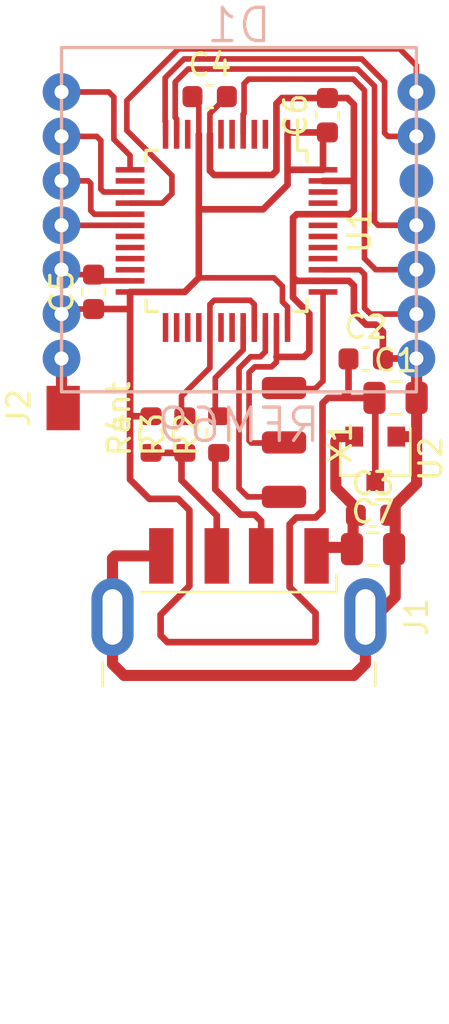
<source format=kicad_pcb>
(kicad_pcb (version 20171130) (host pcbnew 5.1.10-88a1d61d58~88~ubuntu20.04.1)

  (general
    (thickness 1.6)
    (drawings 0)
    (tracks 258)
    (zones 0)
    (modules 16)
    (nets 43)
  )

  (page A4)
  (title_block
    (date 2021-06-10)
  )

  (layers
    (0 F.Cu signal)
    (31 B.Cu signal)
    (32 B.Adhes user)
    (33 F.Adhes user)
    (34 B.Paste user)
    (35 F.Paste user)
    (36 B.SilkS user)
    (37 F.SilkS user)
    (38 B.Mask user)
    (39 F.Mask user)
    (40 Dwgs.User user)
    (41 Cmts.User user)
    (42 Eco1.User user)
    (43 Eco2.User user)
    (44 Edge.Cuts user)
    (45 Margin user)
    (46 B.CrtYd user)
    (47 F.CrtYd user)
  )

  (setup
    (last_trace_width 0.3)
    (user_trace_width 0.2)
    (user_trace_width 0.3)
    (user_trace_width 0.4)
    (user_trace_width 0.5)
    (trace_clearance 0.2)
    (zone_clearance 0.508)
    (zone_45_only no)
    (trace_min 0.1)
    (via_size 0.889)
    (via_drill 0.635)
    (via_min_size 0.889)
    (via_min_drill 0.508)
    (uvia_size 0.508)
    (uvia_drill 0.127)
    (uvias_allowed no)
    (uvia_min_size 0.508)
    (uvia_min_drill 0.127)
    (edge_width 0.1)
    (segment_width 0.2)
    (pcb_text_width 0.3)
    (pcb_text_size 1.5 1.5)
    (mod_edge_width 0.15)
    (mod_text_size 1 1)
    (mod_text_width 0.15)
    (pad_size 2.1 2.1)
    (pad_drill 0.7)
    (pad_to_mask_clearance 0)
    (aux_axis_origin 0 0)
    (visible_elements 7FFFFFFF)
    (pcbplotparams
      (layerselection 0x00000_7fffffff)
      (usegerberextensions false)
      (usegerberattributes true)
      (usegerberadvancedattributes true)
      (creategerberjobfile true)
      (excludeedgelayer true)
      (linewidth 0.020000)
      (plotframeref false)
      (viasonmask false)
      (mode 1)
      (useauxorigin false)
      (hpglpennumber 1)
      (hpglpenspeed 20)
      (hpglpendiameter 15.000000)
      (psnegative true)
      (psa4output false)
      (plotreference true)
      (plotvalue true)
      (plotinvisibletext false)
      (padsonsilk false)
      (subtractmaskfromsilk false)
      (outputformat 5)
      (mirror false)
      (drillshape 0)
      (scaleselection 1)
      (outputdirectory "."))
  )

  (net 0 "")
  (net 1 /DIO0)
  (net 2 /DIO1)
  (net 3 /MISO)
  (net 4 /MOSI)
  (net 5 /NSS)
  (net 6 /SCK)
  (net 7 GND)
  (net 8 +3V3)
  (net 9 +5V)
  (net 10 "Net-(D1-Pad10)")
  (net 11 "Net-(D1-Pad12)")
  (net 12 "Net-(D1-Pad13)")
  (net 13 "Net-(D1-Pad4)")
  (net 14 "Net-(D1-Pad1)")
  (net 15 "Net-(J1-Pad3)")
  (net 16 "Net-(J1-Pad2)")
  (net 17 "Net-(R2-Pad2)")
  (net 18 "Net-(R3-Pad2)")
  (net 19 "Net-(U1-Pad3)")
  (net 20 "Net-(U1-Pad4)")
  (net 21 "Net-(U1-Pad6)")
  (net 22 "Net-(U1-Pad10)")
  (net 23 "Net-(U1-Pad14)")
  (net 24 "Net-(U1-Pad19)")
  (net 25 "Net-(U1-Pad20)")
  (net 26 "Net-(U1-Pad21)")
  (net 27 "Net-(U1-Pad22)")
  (net 28 "Net-(U1-Pad25)")
  (net 29 "Net-(U1-Pad26)")
  (net 30 "Net-(U1-Pad27)")
  (net 31 "Net-(U1-Pad28)")
  (net 32 "Net-(U1-Pad30)")
  (net 33 "Net-(U1-Pad31)")
  (net 34 "Net-(U1-Pad34)")
  (net 35 "Net-(U1-Pad37)")
  (net 36 "Net-(U1-Pad40)")
  (net 37 "Net-(U1-Pad41)")
  (net 38 "Net-(U1-Pad42)")
  (net 39 "Net-(U1-Pad43)")
  (net 40 "Net-(U1-Pad45)")
  (net 41 "Net-(U1-Pad46)")
  (net 42 "Net-(U1-Pad7)")

  (net_class Default "Это класс цепей по умолчанию."
    (clearance 0.2)
    (trace_width 0.254)
    (via_dia 0.889)
    (via_drill 0.635)
    (uvia_dia 0.508)
    (uvia_drill 0.127)
    (add_net +3V3)
    (add_net +5V)
    (add_net /DIO0)
    (add_net /DIO1)
    (add_net /MISO)
    (add_net /MOSI)
    (add_net /NSS)
    (add_net /SCK)
    (add_net GND)
    (add_net "Net-(D1-Pad1)")
    (add_net "Net-(D1-Pad10)")
    (add_net "Net-(D1-Pad12)")
    (add_net "Net-(D1-Pad13)")
    (add_net "Net-(D1-Pad4)")
    (add_net "Net-(J1-Pad2)")
    (add_net "Net-(J1-Pad3)")
    (add_net "Net-(R2-Pad2)")
    (add_net "Net-(R3-Pad2)")
    (add_net "Net-(U1-Pad10)")
    (add_net "Net-(U1-Pad14)")
    (add_net "Net-(U1-Pad19)")
    (add_net "Net-(U1-Pad20)")
    (add_net "Net-(U1-Pad21)")
    (add_net "Net-(U1-Pad22)")
    (add_net "Net-(U1-Pad25)")
    (add_net "Net-(U1-Pad26)")
    (add_net "Net-(U1-Pad27)")
    (add_net "Net-(U1-Pad28)")
    (add_net "Net-(U1-Pad3)")
    (add_net "Net-(U1-Pad30)")
    (add_net "Net-(U1-Pad31)")
    (add_net "Net-(U1-Pad34)")
    (add_net "Net-(U1-Pad37)")
    (add_net "Net-(U1-Pad4)")
    (add_net "Net-(U1-Pad40)")
    (add_net "Net-(U1-Pad41)")
    (add_net "Net-(U1-Pad42)")
    (add_net "Net-(U1-Pad43)")
    (add_net "Net-(U1-Pad45)")
    (add_net "Net-(U1-Pad46)")
    (add_net "Net-(U1-Pad6)")
    (add_net "Net-(U1-Pad7)")
  )

  (module Capacitor_SMD:C_0603_1608Metric (layer F.Cu) (tedit 5F68FEEE) (tstamp 60C16ECB)
    (at 68.199 46.2534)
    (descr "Capacitor SMD 0603 (1608 Metric), square (rectangular) end terminal, IPC_7351 nominal, (Body size source: IPC-SM-782 page 76, https://www.pcb-3d.com/wordpress/wp-content/uploads/ipc-sm-782a_amendment_1_and_2.pdf), generated with kicad-footprint-generator")
    (tags capacitor)
    (path /60662563)
    (attr smd)
    (fp_text reference C2 (at 0 -1.43) (layer F.SilkS)
      (effects (font (size 1 1) (thickness 0.15)))
    )
    (fp_text value 0.1uF (at 0 1.43) (layer F.Fab)
      (effects (font (size 1 1) (thickness 0.15)))
    )
    (fp_line (start -0.8 0.4) (end -0.8 -0.4) (layer F.Fab) (width 0.1))
    (fp_line (start -0.8 -0.4) (end 0.8 -0.4) (layer F.Fab) (width 0.1))
    (fp_line (start 0.8 -0.4) (end 0.8 0.4) (layer F.Fab) (width 0.1))
    (fp_line (start 0.8 0.4) (end -0.8 0.4) (layer F.Fab) (width 0.1))
    (fp_line (start -0.14058 -0.51) (end 0.14058 -0.51) (layer F.SilkS) (width 0.12))
    (fp_line (start -0.14058 0.51) (end 0.14058 0.51) (layer F.SilkS) (width 0.12))
    (fp_line (start -1.48 0.73) (end -1.48 -0.73) (layer F.CrtYd) (width 0.05))
    (fp_line (start -1.48 -0.73) (end 1.48 -0.73) (layer F.CrtYd) (width 0.05))
    (fp_line (start 1.48 -0.73) (end 1.48 0.73) (layer F.CrtYd) (width 0.05))
    (fp_line (start 1.48 0.73) (end -1.48 0.73) (layer F.CrtYd) (width 0.05))
    (fp_text user %R (at 0 0) (layer F.Fab)
      (effects (font (size 0.4 0.4) (thickness 0.06)))
    )
    (pad 2 smd roundrect (at 0.775 0) (size 0.9 0.95) (layers F.Cu F.Paste F.Mask) (roundrect_rratio 0.25)
      (net 7 GND))
    (pad 1 smd roundrect (at -0.775 0) (size 0.9 0.95) (layers F.Cu F.Paste F.Mask) (roundrect_rratio 0.25)
      (net 8 +3V3))
    (model ${KISYS3DMOD}/Capacitor_SMD.3dshapes/C_0603_1608Metric.wrl
      (at (xyz 0 0 0))
      (scale (xyz 1 1 1))
      (rotate (xyz 0 0 0))
    )
  )

  (module Resistor_SMD:R_0603_1608Metric (layer F.Cu) (tedit 5F68FEEE) (tstamp 60C1ADC6)
    (at 58.5216 49.657 90)
    (descr "Resistor SMD 0603 (1608 Metric), square (rectangular) end terminal, IPC_7351 nominal, (Body size source: IPC-SM-782 page 72, https://www.pcb-3d.com/wordpress/wp-content/uploads/ipc-sm-782a_amendment_1_and_2.pdf), generated with kicad-footprint-generator")
    (tags resistor)
    (path /60925512)
    (attr smd)
    (fp_text reference R4 (at 0 -1.43 90) (layer F.SilkS)
      (effects (font (size 1 1) (thickness 0.15)))
    )
    (fp_text value 1.5k (at 0 1.43 90) (layer F.Fab)
      (effects (font (size 1 1) (thickness 0.15)))
    )
    (fp_line (start -0.8 0.4125) (end -0.8 -0.4125) (layer F.Fab) (width 0.1))
    (fp_line (start -0.8 -0.4125) (end 0.8 -0.4125) (layer F.Fab) (width 0.1))
    (fp_line (start 0.8 -0.4125) (end 0.8 0.4125) (layer F.Fab) (width 0.1))
    (fp_line (start 0.8 0.4125) (end -0.8 0.4125) (layer F.Fab) (width 0.1))
    (fp_line (start -0.237258 -0.5225) (end 0.237258 -0.5225) (layer F.SilkS) (width 0.12))
    (fp_line (start -0.237258 0.5225) (end 0.237258 0.5225) (layer F.SilkS) (width 0.12))
    (fp_line (start -1.48 0.73) (end -1.48 -0.73) (layer F.CrtYd) (width 0.05))
    (fp_line (start -1.48 -0.73) (end 1.48 -0.73) (layer F.CrtYd) (width 0.05))
    (fp_line (start 1.48 -0.73) (end 1.48 0.73) (layer F.CrtYd) (width 0.05))
    (fp_line (start 1.48 0.73) (end -1.48 0.73) (layer F.CrtYd) (width 0.05))
    (fp_text user %R (at 0 0 90) (layer F.Fab)
      (effects (font (size 0.4 0.4) (thickness 0.06)))
    )
    (pad 2 smd roundrect (at 0.825 0 90) (size 0.8 0.95) (layers F.Cu F.Paste F.Mask) (roundrect_rratio 0.25)
      (net 8 +3V3))
    (pad 1 smd roundrect (at -0.825 0 90) (size 0.8 0.95) (layers F.Cu F.Paste F.Mask) (roundrect_rratio 0.25)
      (net 15 "Net-(J1-Pad3)"))
    (model ${KISYS3DMOD}/Resistor_SMD.3dshapes/R_0603_1608Metric.wrl
      (at (xyz 0 0 0))
      (scale (xyz 1 1 1))
      (rotate (xyz 0 0 0))
    )
  )

  (module Resistor_SMD:R_0603_1608Metric (layer F.Cu) (tedit 5F68FEEE) (tstamp 60C1ADB5)
    (at 60.0456 49.657 90)
    (descr "Resistor SMD 0603 (1608 Metric), square (rectangular) end terminal, IPC_7351 nominal, (Body size source: IPC-SM-782 page 72, https://www.pcb-3d.com/wordpress/wp-content/uploads/ipc-sm-782a_amendment_1_and_2.pdf), generated with kicad-footprint-generator")
    (tags resistor)
    (path /60910CC2)
    (attr smd)
    (fp_text reference R3 (at 0 -1.43 90) (layer F.SilkS)
      (effects (font (size 1 1) (thickness 0.15)))
    )
    (fp_text value 22R (at 0 1.43 90) (layer F.Fab)
      (effects (font (size 1 1) (thickness 0.15)))
    )
    (fp_line (start -0.8 0.4125) (end -0.8 -0.4125) (layer F.Fab) (width 0.1))
    (fp_line (start -0.8 -0.4125) (end 0.8 -0.4125) (layer F.Fab) (width 0.1))
    (fp_line (start 0.8 -0.4125) (end 0.8 0.4125) (layer F.Fab) (width 0.1))
    (fp_line (start 0.8 0.4125) (end -0.8 0.4125) (layer F.Fab) (width 0.1))
    (fp_line (start -0.237258 -0.5225) (end 0.237258 -0.5225) (layer F.SilkS) (width 0.12))
    (fp_line (start -0.237258 0.5225) (end 0.237258 0.5225) (layer F.SilkS) (width 0.12))
    (fp_line (start -1.48 0.73) (end -1.48 -0.73) (layer F.CrtYd) (width 0.05))
    (fp_line (start -1.48 -0.73) (end 1.48 -0.73) (layer F.CrtYd) (width 0.05))
    (fp_line (start 1.48 -0.73) (end 1.48 0.73) (layer F.CrtYd) (width 0.05))
    (fp_line (start 1.48 0.73) (end -1.48 0.73) (layer F.CrtYd) (width 0.05))
    (fp_text user %R (at 0 0 90) (layer F.Fab)
      (effects (font (size 0.4 0.4) (thickness 0.06)))
    )
    (pad 2 smd roundrect (at 0.825 0 90) (size 0.8 0.95) (layers F.Cu F.Paste F.Mask) (roundrect_rratio 0.25)
      (net 18 "Net-(R3-Pad2)"))
    (pad 1 smd roundrect (at -0.825 0 90) (size 0.8 0.95) (layers F.Cu F.Paste F.Mask) (roundrect_rratio 0.25)
      (net 15 "Net-(J1-Pad3)"))
    (model ${KISYS3DMOD}/Resistor_SMD.3dshapes/R_0603_1608Metric.wrl
      (at (xyz 0 0 0))
      (scale (xyz 1 1 1))
      (rotate (xyz 0 0 0))
    )
  )

  (module Resistor_SMD:R_0603_1608Metric (layer F.Cu) (tedit 5F68FEEE) (tstamp 60C1ADA4)
    (at 61.5696 49.657 90)
    (descr "Resistor SMD 0603 (1608 Metric), square (rectangular) end terminal, IPC_7351 nominal, (Body size source: IPC-SM-782 page 72, https://www.pcb-3d.com/wordpress/wp-content/uploads/ipc-sm-782a_amendment_1_and_2.pdf), generated with kicad-footprint-generator")
    (tags resistor)
    (path /6090FBC6)
    (attr smd)
    (fp_text reference R2 (at 0 -1.43 90) (layer F.SilkS)
      (effects (font (size 1 1) (thickness 0.15)))
    )
    (fp_text value 22R (at 0 1.43 90) (layer F.Fab)
      (effects (font (size 1 1) (thickness 0.15)))
    )
    (fp_line (start -0.8 0.4125) (end -0.8 -0.4125) (layer F.Fab) (width 0.1))
    (fp_line (start -0.8 -0.4125) (end 0.8 -0.4125) (layer F.Fab) (width 0.1))
    (fp_line (start 0.8 -0.4125) (end 0.8 0.4125) (layer F.Fab) (width 0.1))
    (fp_line (start 0.8 0.4125) (end -0.8 0.4125) (layer F.Fab) (width 0.1))
    (fp_line (start -0.237258 -0.5225) (end 0.237258 -0.5225) (layer F.SilkS) (width 0.12))
    (fp_line (start -0.237258 0.5225) (end 0.237258 0.5225) (layer F.SilkS) (width 0.12))
    (fp_line (start -1.48 0.73) (end -1.48 -0.73) (layer F.CrtYd) (width 0.05))
    (fp_line (start -1.48 -0.73) (end 1.48 -0.73) (layer F.CrtYd) (width 0.05))
    (fp_line (start 1.48 -0.73) (end 1.48 0.73) (layer F.CrtYd) (width 0.05))
    (fp_line (start 1.48 0.73) (end -1.48 0.73) (layer F.CrtYd) (width 0.05))
    (fp_text user %R (at 0 0 90) (layer F.Fab)
      (effects (font (size 0.4 0.4) (thickness 0.06)))
    )
    (pad 2 smd roundrect (at 0.825 0 90) (size 0.8 0.95) (layers F.Cu F.Paste F.Mask) (roundrect_rratio 0.25)
      (net 17 "Net-(R2-Pad2)"))
    (pad 1 smd roundrect (at -0.825 0 90) (size 0.8 0.95) (layers F.Cu F.Paste F.Mask) (roundrect_rratio 0.25)
      (net 16 "Net-(J1-Pad2)"))
    (model ${KISYS3DMOD}/Resistor_SMD.3dshapes/R_0603_1608Metric.wrl
      (at (xyz 0 0 0))
      (scale (xyz 1 1 1))
      (rotate (xyz 0 0 0))
    )
  )

  (module Capacitor_SMD:C_0805_2012Metric (layer F.Cu) (tedit 5F68FEEE) (tstamp 60C17691)
    (at 68.5292 54.8132)
    (descr "Capacitor SMD 0805 (2012 Metric), square (rectangular) end terminal, IPC_7351 nominal, (Body size source: IPC-SM-782 page 76, https://www.pcb-3d.com/wordpress/wp-content/uploads/ipc-sm-782a_amendment_1_and_2.pdf, https://docs.google.com/spreadsheets/d/1BsfQQcO9C6DZCsRaXUlFlo91Tg2WpOkGARC1WS5S8t0/edit?usp=sharing), generated with kicad-footprint-generator")
    (tags capacitor)
    (path /60C5E6EA)
    (attr smd)
    (fp_text reference C7 (at 0 -1.68) (layer F.SilkS)
      (effects (font (size 1 1) (thickness 0.15)))
    )
    (fp_text value 10uF (at 0 1.68) (layer F.Fab)
      (effects (font (size 1 1) (thickness 0.15)))
    )
    (fp_line (start -1 0.625) (end -1 -0.625) (layer F.Fab) (width 0.1))
    (fp_line (start -1 -0.625) (end 1 -0.625) (layer F.Fab) (width 0.1))
    (fp_line (start 1 -0.625) (end 1 0.625) (layer F.Fab) (width 0.1))
    (fp_line (start 1 0.625) (end -1 0.625) (layer F.Fab) (width 0.1))
    (fp_line (start -0.261252 -0.735) (end 0.261252 -0.735) (layer F.SilkS) (width 0.12))
    (fp_line (start -0.261252 0.735) (end 0.261252 0.735) (layer F.SilkS) (width 0.12))
    (fp_line (start -1.7 0.98) (end -1.7 -0.98) (layer F.CrtYd) (width 0.05))
    (fp_line (start -1.7 -0.98) (end 1.7 -0.98) (layer F.CrtYd) (width 0.05))
    (fp_line (start 1.7 -0.98) (end 1.7 0.98) (layer F.CrtYd) (width 0.05))
    (fp_line (start 1.7 0.98) (end -1.7 0.98) (layer F.CrtYd) (width 0.05))
    (fp_text user %R (at 0 0) (layer F.Fab)
      (effects (font (size 0.5 0.5) (thickness 0.08)))
    )
    (pad 2 smd roundrect (at 0.95 0) (size 1 1.45) (layers F.Cu F.Paste F.Mask) (roundrect_rratio 0.25)
      (net 7 GND))
    (pad 1 smd roundrect (at -0.95 0) (size 1 1.45) (layers F.Cu F.Paste F.Mask) (roundrect_rratio 0.25)
      (net 9 +5V))
    (model ${KISYS3DMOD}/Capacitor_SMD.3dshapes/C_0805_2012Metric.wrl
      (at (xyz 0 0 0))
      (scale (xyz 1 1 1))
      (rotate (xyz 0 0 0))
    )
  )

  (module Capacitor_SMD:C_0603_1608Metric (layer F.Cu) (tedit 5F68FEEE) (tstamp 60C17680)
    (at 66.4718 35.2806 90)
    (descr "Capacitor SMD 0603 (1608 Metric), square (rectangular) end terminal, IPC_7351 nominal, (Body size source: IPC-SM-782 page 76, https://www.pcb-3d.com/wordpress/wp-content/uploads/ipc-sm-782a_amendment_1_and_2.pdf), generated with kicad-footprint-generator")
    (tags capacitor)
    (path /6065FC5F)
    (attr smd)
    (fp_text reference C6 (at 0 -1.43 90) (layer F.SilkS)
      (effects (font (size 1 1) (thickness 0.15)))
    )
    (fp_text value 0.1uF (at 0 1.43 90) (layer F.Fab)
      (effects (font (size 1 1) (thickness 0.15)))
    )
    (fp_line (start -0.8 0.4) (end -0.8 -0.4) (layer F.Fab) (width 0.1))
    (fp_line (start -0.8 -0.4) (end 0.8 -0.4) (layer F.Fab) (width 0.1))
    (fp_line (start 0.8 -0.4) (end 0.8 0.4) (layer F.Fab) (width 0.1))
    (fp_line (start 0.8 0.4) (end -0.8 0.4) (layer F.Fab) (width 0.1))
    (fp_line (start -0.14058 -0.51) (end 0.14058 -0.51) (layer F.SilkS) (width 0.12))
    (fp_line (start -0.14058 0.51) (end 0.14058 0.51) (layer F.SilkS) (width 0.12))
    (fp_line (start -1.48 0.73) (end -1.48 -0.73) (layer F.CrtYd) (width 0.05))
    (fp_line (start -1.48 -0.73) (end 1.48 -0.73) (layer F.CrtYd) (width 0.05))
    (fp_line (start 1.48 -0.73) (end 1.48 0.73) (layer F.CrtYd) (width 0.05))
    (fp_line (start 1.48 0.73) (end -1.48 0.73) (layer F.CrtYd) (width 0.05))
    (fp_text user %R (at 0 0 90) (layer F.Fab)
      (effects (font (size 0.4 0.4) (thickness 0.06)))
    )
    (pad 2 smd roundrect (at 0.775 0 90) (size 0.9 0.95) (layers F.Cu F.Paste F.Mask) (roundrect_rratio 0.25)
      (net 7 GND))
    (pad 1 smd roundrect (at -0.775 0 90) (size 0.9 0.95) (layers F.Cu F.Paste F.Mask) (roundrect_rratio 0.25)
      (net 8 +3V3))
    (model ${KISYS3DMOD}/Capacitor_SMD.3dshapes/C_0603_1608Metric.wrl
      (at (xyz 0 0 0))
      (scale (xyz 1 1 1))
      (rotate (xyz 0 0 0))
    )
  )

  (module Capacitor_SMD:C_0603_1608Metric (layer F.Cu) (tedit 5F68FEEE) (tstamp 60C1766F)
    (at 55.9308 43.2308 90)
    (descr "Capacitor SMD 0603 (1608 Metric), square (rectangular) end terminal, IPC_7351 nominal, (Body size source: IPC-SM-782 page 76, https://www.pcb-3d.com/wordpress/wp-content/uploads/ipc-sm-782a_amendment_1_and_2.pdf), generated with kicad-footprint-generator")
    (tags capacitor)
    (path /60661DD4)
    (attr smd)
    (fp_text reference C5 (at 0 -1.43 90) (layer F.SilkS)
      (effects (font (size 1 1) (thickness 0.15)))
    )
    (fp_text value 0.1uF (at 0 1.43 90) (layer F.Fab)
      (effects (font (size 1 1) (thickness 0.15)))
    )
    (fp_line (start -0.8 0.4) (end -0.8 -0.4) (layer F.Fab) (width 0.1))
    (fp_line (start -0.8 -0.4) (end 0.8 -0.4) (layer F.Fab) (width 0.1))
    (fp_line (start 0.8 -0.4) (end 0.8 0.4) (layer F.Fab) (width 0.1))
    (fp_line (start 0.8 0.4) (end -0.8 0.4) (layer F.Fab) (width 0.1))
    (fp_line (start -0.14058 -0.51) (end 0.14058 -0.51) (layer F.SilkS) (width 0.12))
    (fp_line (start -0.14058 0.51) (end 0.14058 0.51) (layer F.SilkS) (width 0.12))
    (fp_line (start -1.48 0.73) (end -1.48 -0.73) (layer F.CrtYd) (width 0.05))
    (fp_line (start -1.48 -0.73) (end 1.48 -0.73) (layer F.CrtYd) (width 0.05))
    (fp_line (start 1.48 -0.73) (end 1.48 0.73) (layer F.CrtYd) (width 0.05))
    (fp_line (start 1.48 0.73) (end -1.48 0.73) (layer F.CrtYd) (width 0.05))
    (fp_text user %R (at 0 0 90) (layer F.Fab)
      (effects (font (size 0.4 0.4) (thickness 0.06)))
    )
    (pad 2 smd roundrect (at 0.775 0 90) (size 0.9 0.95) (layers F.Cu F.Paste F.Mask) (roundrect_rratio 0.25)
      (net 7 GND))
    (pad 1 smd roundrect (at -0.775 0 90) (size 0.9 0.95) (layers F.Cu F.Paste F.Mask) (roundrect_rratio 0.25)
      (net 8 +3V3))
    (model ${KISYS3DMOD}/Capacitor_SMD.3dshapes/C_0603_1608Metric.wrl
      (at (xyz 0 0 0))
      (scale (xyz 1 1 1))
      (rotate (xyz 0 0 0))
    )
  )

  (module Capacitor_SMD:C_0603_1608Metric (layer F.Cu) (tedit 5F68FEEE) (tstamp 60C1765E)
    (at 61.1632 34.4424)
    (descr "Capacitor SMD 0603 (1608 Metric), square (rectangular) end terminal, IPC_7351 nominal, (Body size source: IPC-SM-782 page 76, https://www.pcb-3d.com/wordpress/wp-content/uploads/ipc-sm-782a_amendment_1_and_2.pdf), generated with kicad-footprint-generator")
    (tags capacitor)
    (path /60662044)
    (attr smd)
    (fp_text reference C4 (at 0 -1.43) (layer F.SilkS)
      (effects (font (size 1 1) (thickness 0.15)))
    )
    (fp_text value 0.1uF (at 0 1.43) (layer F.Fab)
      (effects (font (size 1 1) (thickness 0.15)))
    )
    (fp_line (start -0.8 0.4) (end -0.8 -0.4) (layer F.Fab) (width 0.1))
    (fp_line (start -0.8 -0.4) (end 0.8 -0.4) (layer F.Fab) (width 0.1))
    (fp_line (start 0.8 -0.4) (end 0.8 0.4) (layer F.Fab) (width 0.1))
    (fp_line (start 0.8 0.4) (end -0.8 0.4) (layer F.Fab) (width 0.1))
    (fp_line (start -0.14058 -0.51) (end 0.14058 -0.51) (layer F.SilkS) (width 0.12))
    (fp_line (start -0.14058 0.51) (end 0.14058 0.51) (layer F.SilkS) (width 0.12))
    (fp_line (start -1.48 0.73) (end -1.48 -0.73) (layer F.CrtYd) (width 0.05))
    (fp_line (start -1.48 -0.73) (end 1.48 -0.73) (layer F.CrtYd) (width 0.05))
    (fp_line (start 1.48 -0.73) (end 1.48 0.73) (layer F.CrtYd) (width 0.05))
    (fp_line (start 1.48 0.73) (end -1.48 0.73) (layer F.CrtYd) (width 0.05))
    (fp_text user %R (at 0 0) (layer F.Fab)
      (effects (font (size 0.4 0.4) (thickness 0.06)))
    )
    (pad 2 smd roundrect (at 0.775 0) (size 0.9 0.95) (layers F.Cu F.Paste F.Mask) (roundrect_rratio 0.25)
      (net 7 GND))
    (pad 1 smd roundrect (at -0.775 0) (size 0.9 0.95) (layers F.Cu F.Paste F.Mask) (roundrect_rratio 0.25)
      (net 8 +3V3))
    (model ${KISYS3DMOD}/Capacitor_SMD.3dshapes/C_0603_1608Metric.wrl
      (at (xyz 0 0 0))
      (scale (xyz 1 1 1))
      (rotate (xyz 0 0 0))
    )
  )

  (module Capacitor_SMD:C_0603_1608Metric (layer F.Cu) (tedit 5F68FEEE) (tstamp 60C1764D)
    (at 68.5292 53.2892)
    (descr "Capacitor SMD 0603 (1608 Metric), square (rectangular) end terminal, IPC_7351 nominal, (Body size source: IPC-SM-782 page 76, https://www.pcb-3d.com/wordpress/wp-content/uploads/ipc-sm-782a_amendment_1_and_2.pdf), generated with kicad-footprint-generator")
    (tags capacitor)
    (path /60662236)
    (attr smd)
    (fp_text reference C3 (at 0 -1.43) (layer F.SilkS)
      (effects (font (size 1 1) (thickness 0.15)))
    )
    (fp_text value 0.1uF (at 0 1.43) (layer F.Fab)
      (effects (font (size 1 1) (thickness 0.15)))
    )
    (fp_line (start -0.8 0.4) (end -0.8 -0.4) (layer F.Fab) (width 0.1))
    (fp_line (start -0.8 -0.4) (end 0.8 -0.4) (layer F.Fab) (width 0.1))
    (fp_line (start 0.8 -0.4) (end 0.8 0.4) (layer F.Fab) (width 0.1))
    (fp_line (start 0.8 0.4) (end -0.8 0.4) (layer F.Fab) (width 0.1))
    (fp_line (start -0.14058 -0.51) (end 0.14058 -0.51) (layer F.SilkS) (width 0.12))
    (fp_line (start -0.14058 0.51) (end 0.14058 0.51) (layer F.SilkS) (width 0.12))
    (fp_line (start -1.48 0.73) (end -1.48 -0.73) (layer F.CrtYd) (width 0.05))
    (fp_line (start -1.48 -0.73) (end 1.48 -0.73) (layer F.CrtYd) (width 0.05))
    (fp_line (start 1.48 -0.73) (end 1.48 0.73) (layer F.CrtYd) (width 0.05))
    (fp_line (start 1.48 0.73) (end -1.48 0.73) (layer F.CrtYd) (width 0.05))
    (fp_text user %R (at 0 0) (layer F.Fab)
      (effects (font (size 0.4 0.4) (thickness 0.06)))
    )
    (pad 2 smd roundrect (at 0.775 0) (size 0.9 0.95) (layers F.Cu F.Paste F.Mask) (roundrect_rratio 0.25)
      (net 7 GND))
    (pad 1 smd roundrect (at -0.775 0) (size 0.9 0.95) (layers F.Cu F.Paste F.Mask) (roundrect_rratio 0.25)
      (net 9 +5V))
    (model ${KISYS3DMOD}/Capacitor_SMD.3dshapes/C_0603_1608Metric.wrl
      (at (xyz 0 0 0))
      (scale (xyz 1 1 1))
      (rotate (xyz 0 0 0))
    )
  )

  (module Capacitor_SMD:C_0805_2012Metric (layer F.Cu) (tedit 5F68FEEE) (tstamp 60C16EBA)
    (at 69.5452 48.006)
    (descr "Capacitor SMD 0805 (2012 Metric), square (rectangular) end terminal, IPC_7351 nominal, (Body size source: IPC-SM-782 page 76, https://www.pcb-3d.com/wordpress/wp-content/uploads/ipc-sm-782a_amendment_1_and_2.pdf, https://docs.google.com/spreadsheets/d/1BsfQQcO9C6DZCsRaXUlFlo91Tg2WpOkGARC1WS5S8t0/edit?usp=sharing), generated with kicad-footprint-generator")
    (tags capacitor)
    (path /60C5EB69)
    (attr smd)
    (fp_text reference C1 (at 0 -1.68) (layer F.SilkS)
      (effects (font (size 1 1) (thickness 0.15)))
    )
    (fp_text value 10uF (at 0 1.68) (layer F.Fab)
      (effects (font (size 1 1) (thickness 0.15)))
    )
    (fp_line (start -1 0.625) (end -1 -0.625) (layer F.Fab) (width 0.1))
    (fp_line (start -1 -0.625) (end 1 -0.625) (layer F.Fab) (width 0.1))
    (fp_line (start 1 -0.625) (end 1 0.625) (layer F.Fab) (width 0.1))
    (fp_line (start 1 0.625) (end -1 0.625) (layer F.Fab) (width 0.1))
    (fp_line (start -0.261252 -0.735) (end 0.261252 -0.735) (layer F.SilkS) (width 0.12))
    (fp_line (start -0.261252 0.735) (end 0.261252 0.735) (layer F.SilkS) (width 0.12))
    (fp_line (start -1.7 0.98) (end -1.7 -0.98) (layer F.CrtYd) (width 0.05))
    (fp_line (start -1.7 -0.98) (end 1.7 -0.98) (layer F.CrtYd) (width 0.05))
    (fp_line (start 1.7 -0.98) (end 1.7 0.98) (layer F.CrtYd) (width 0.05))
    (fp_line (start 1.7 0.98) (end -1.7 0.98) (layer F.CrtYd) (width 0.05))
    (fp_text user %R (at 0 0) (layer F.Fab)
      (effects (font (size 0.5 0.5) (thickness 0.08)))
    )
    (pad 2 smd roundrect (at 0.95 0) (size 1 1.45) (layers F.Cu F.Paste F.Mask) (roundrect_rratio 0.25)
      (net 7 GND))
    (pad 1 smd roundrect (at -0.95 0) (size 1 1.45) (layers F.Cu F.Paste F.Mask) (roundrect_rratio 0.25)
      (net 8 +3V3))
    (model ${KISYS3DMOD}/Capacitor_SMD.3dshapes/C_0805_2012Metric.wrl
      (at (xyz 0 0 0))
      (scale (xyz 1 1 1))
      (rotate (xyz 0 0 0))
    )
  )

  (module belkin:3WIRE_PADS (layer F.Cu) (tedit 5F60B96E) (tstamp 60C163D1)
    (at 64.516 50.0126 270)
    (descr "Wire Pad, Square, SMD Pad,  5mm x 10mm,")
    (tags "MesurementPoint Square SMDPad 5mmx10mm ")
    (path /5494710E)
    (attr virtual)
    (fp_text reference X1 (at 0 -2.54 90) (layer F.SilkS)
      (effects (font (size 1 1) (thickness 0.15)))
    )
    (fp_text value SWD_CON (at 0 2.54 90) (layer F.Fab)
      (effects (font (size 1 1) (thickness 0.15)))
    )
    (fp_line (start -0.63 1.27) (end -0.63 -1.27) (layer F.Fab) (width 0.1))
    (fp_line (start 0.63 1.27) (end -0.63 1.27) (layer F.Fab) (width 0.1))
    (fp_line (start 0.63 -1.27) (end 0.63 1.27) (layer F.Fab) (width 0.1))
    (fp_line (start -0.63 -1.27) (end 0.63 -1.27) (layer F.Fab) (width 0.1))
    (fp_line (start -0.63 -1.27) (end -0.63 1.27) (layer F.CrtYd) (width 0.05))
    (fp_line (start -0.63 1.27) (end 0.63 1.27) (layer F.CrtYd) (width 0.05))
    (fp_line (start 0.63 1.27) (end 0.63 -1.27) (layer F.CrtYd) (width 0.05))
    (fp_line (start 0.63 -1.27) (end -0.63 -1.27) (layer F.CrtYd) (width 0.05))
    (fp_line (start 3.08 -1.27) (end 3.08 1.27) (layer F.Fab) (width 0.1))
    (fp_line (start 3.08 1.27) (end 3.08 -1.27) (layer F.CrtYd) (width 0.05))
    (fp_line (start 1.82 -1.27) (end 1.82 1.27) (layer F.CrtYd) (width 0.05))
    (fp_line (start 3.08 -1.27) (end 1.82 -1.27) (layer F.CrtYd) (width 0.05))
    (fp_line (start 1.82 1.27) (end 3.08 1.27) (layer F.CrtYd) (width 0.05))
    (fp_line (start 1.82 1.27) (end 1.82 -1.27) (layer F.Fab) (width 0.1))
    (fp_line (start 3.08 1.27) (end 1.82 1.27) (layer F.Fab) (width 0.1))
    (fp_line (start 1.82 -1.27) (end 3.08 -1.27) (layer F.Fab) (width 0.1))
    (fp_line (start -1.82 -1.27) (end -1.82 1.27) (layer F.Fab) (width 0.1))
    (fp_line (start -1.82 1.27) (end -1.82 -1.27) (layer F.CrtYd) (width 0.05))
    (fp_line (start -3.08 -1.27) (end -3.08 1.27) (layer F.CrtYd) (width 0.05))
    (fp_line (start -1.82 -1.27) (end -3.08 -1.27) (layer F.CrtYd) (width 0.05))
    (fp_line (start -3.08 1.27) (end -1.82 1.27) (layer F.CrtYd) (width 0.05))
    (fp_line (start -3.08 1.27) (end -3.08 -1.27) (layer F.Fab) (width 0.1))
    (fp_line (start -1.82 1.27) (end -3.08 1.27) (layer F.Fab) (width 0.1))
    (fp_line (start -3.08 -1.27) (end -1.82 -1.27) (layer F.Fab) (width 0.1))
    (fp_text user %R (at 1.75 -5.25 90) (layer F.Fab)
      (effects (font (size 1 1) (thickness 0.15)))
    )
    (pad 2 smd roundrect (at 0 0 270) (size 1 2) (layers F.Cu F.Paste F.Mask) (roundrect_rratio 0.25)
      (net 7 GND))
    (pad 3 smd roundrect (at 2.45 0 270) (size 1 2) (layers F.Cu F.Paste F.Mask) (roundrect_rratio 0.25)
      (net 34 "Net-(U1-Pad34)"))
    (pad 1 smd roundrect (at -2.45 0 270) (size 1 2) (layers F.Cu F.Paste F.Mask) (roundrect_rratio 0.25)
      (net 35 "Net-(U1-Pad37)"))
  )

  (module rfm:RFM69 (layer B.Cu) (tedit 54870C69) (tstamp 60C14B96)
    (at 62.484 40.2336 180)
    (path /54946D8A)
    (fp_text reference D1 (at 0 9) (layer B.SilkS)
      (effects (font (size 1.5 1.5) (thickness 0.15)) (justify mirror))
    )
    (fp_text value RFM69 (at 0 -9) (layer B.SilkS)
      (effects (font (size 1.5 1.5) (thickness 0.15)) (justify mirror))
    )
    (fp_line (start 8 8) (end -8 8) (layer B.SilkS) (width 0.15))
    (fp_line (start 8 -7.5) (end 8 8) (layer B.SilkS) (width 0.15))
    (fp_line (start -8 -7.5) (end 8 -7.5) (layer B.SilkS) (width 0.15))
    (fp_line (start -8 8) (end -8 -7.5) (layer B.SilkS) (width 0.15))
    (pad 1 smd circle (at 8 -6 180) (size 1.524 1.524) (layers B.Cu B.Paste B.Mask)
      (net 14 "Net-(D1-Pad1)"))
    (pad 2 smd circle (at 8 -4 180) (size 1.524 1.524) (layers B.Cu B.Paste B.Mask)
      (net 8 +3V3))
    (pad 3 smd circle (at 8 -2 180) (size 1.524 1.524) (layers B.Cu B.Paste B.Mask)
      (net 7 GND))
    (pad 4 smd circle (at 8 0 180) (size 1.524 1.524) (layers B.Cu B.Paste B.Mask)
      (net 13 "Net-(D1-Pad4)"))
    (pad 5 smd circle (at 8 2 180) (size 1.524 1.524) (layers B.Cu B.Paste B.Mask)
      (net 4 /MOSI))
    (pad 6 smd circle (at 8 4 180) (size 1.524 1.524) (layers B.Cu B.Paste B.Mask)
      (net 6 /SCK))
    (pad 7 smd circle (at 8 6 180) (size 1.524 1.524) (layers B.Cu B.Paste B.Mask)
      (net 5 /NSS))
    (pad 14 smd circle (at -8 -6 180) (size 1.524 1.524) (layers B.Cu B.Paste B.Mask)
      (net 7 GND))
    (pad 13 smd circle (at -8 -4 180) (size 1.524 1.524) (layers B.Cu B.Paste B.Mask)
      (net 12 "Net-(D1-Pad13)"))
    (pad 12 smd circle (at -8 -2 180) (size 1.524 1.524) (layers B.Cu B.Paste B.Mask)
      (net 11 "Net-(D1-Pad12)"))
    (pad 11 smd circle (at -8 0 180) (size 1.524 1.524) (layers B.Cu B.Paste B.Mask)
      (net 2 /DIO1))
    (pad 10 smd circle (at -8 2 180) (size 1.524 1.524) (layers B.Cu B.Paste B.Mask)
      (net 10 "Net-(D1-Pad10)"))
    (pad 9 smd circle (at -8 4 180) (size 1.524 1.524) (layers B.Cu B.Paste B.Mask)
      (net 1 /DIO0))
    (pad 8 smd circle (at -8 6 180) (size 1.524 1.524) (layers B.Cu B.Paste B.Mask)
      (net 3 /MISO))
  )

  (module Package_QFP:TQFP-48_7x7mm_P0.5mm (layer F.Cu) (tedit 5A02F146) (tstamp 60C14739)
    (at 61.9252 40.4876 270)
    (descr "48 LEAD TQFP 7x7mm (see MICREL TQFP7x7-48LD-PL-1.pdf)")
    (tags "QFP 0.5")
    (path /54946D68)
    (attr smd)
    (fp_text reference U1 (at 0 -6 90) (layer F.SilkS)
      (effects (font (size 1 1) (thickness 0.15)))
    )
    (fp_text value STM32F103C8 (at 0 6 90) (layer F.Fab)
      (effects (font (size 1 1) (thickness 0.15)))
    )
    (fp_line (start -2.5 -3.5) (end 3.5 -3.5) (layer F.Fab) (width 0.15))
    (fp_line (start 3.5 -3.5) (end 3.5 3.5) (layer F.Fab) (width 0.15))
    (fp_line (start 3.5 3.5) (end -3.5 3.5) (layer F.Fab) (width 0.15))
    (fp_line (start -3.5 3.5) (end -3.5 -2.5) (layer F.Fab) (width 0.15))
    (fp_line (start -3.5 -2.5) (end -2.5 -3.5) (layer F.Fab) (width 0.15))
    (fp_line (start -5.25 -5.25) (end -5.25 5.25) (layer F.CrtYd) (width 0.05))
    (fp_line (start 5.25 -5.25) (end 5.25 5.25) (layer F.CrtYd) (width 0.05))
    (fp_line (start -5.25 -5.25) (end 5.25 -5.25) (layer F.CrtYd) (width 0.05))
    (fp_line (start -5.25 5.25) (end 5.25 5.25) (layer F.CrtYd) (width 0.05))
    (fp_line (start -3.625 -3.625) (end -3.625 -3.2) (layer F.SilkS) (width 0.15))
    (fp_line (start 3.625 -3.625) (end 3.625 -3.1) (layer F.SilkS) (width 0.15))
    (fp_line (start 3.625 3.625) (end 3.625 3.1) (layer F.SilkS) (width 0.15))
    (fp_line (start -3.625 3.625) (end -3.625 3.1) (layer F.SilkS) (width 0.15))
    (fp_line (start -3.625 -3.625) (end -3.1 -3.625) (layer F.SilkS) (width 0.15))
    (fp_line (start -3.625 3.625) (end -3.1 3.625) (layer F.SilkS) (width 0.15))
    (fp_line (start 3.625 3.625) (end 3.1 3.625) (layer F.SilkS) (width 0.15))
    (fp_line (start 3.625 -3.625) (end 3.1 -3.625) (layer F.SilkS) (width 0.15))
    (fp_line (start -3.625 -3.2) (end -5 -3.2) (layer F.SilkS) (width 0.15))
    (fp_text user %R (at 0 0 90) (layer F.Fab)
      (effects (font (size 1 1) (thickness 0.15)))
    )
    (pad 48 smd rect (at -2.75 -4.35) (size 1.3 0.25) (layers F.Cu F.Paste F.Mask)
      (net 8 +3V3))
    (pad 47 smd rect (at -2.25 -4.35) (size 1.3 0.25) (layers F.Cu F.Paste F.Mask)
      (net 7 GND))
    (pad 46 smd rect (at -1.75 -4.35) (size 1.3 0.25) (layers F.Cu F.Paste F.Mask)
      (net 41 "Net-(U1-Pad46)"))
    (pad 45 smd rect (at -1.25 -4.35) (size 1.3 0.25) (layers F.Cu F.Paste F.Mask)
      (net 40 "Net-(U1-Pad45)"))
    (pad 44 smd rect (at -0.75 -4.35) (size 1.3 0.25) (layers F.Cu F.Paste F.Mask)
      (net 7 GND))
    (pad 43 smd rect (at -0.25 -4.35) (size 1.3 0.25) (layers F.Cu F.Paste F.Mask)
      (net 39 "Net-(U1-Pad43)"))
    (pad 42 smd rect (at 0.25 -4.35) (size 1.3 0.25) (layers F.Cu F.Paste F.Mask)
      (net 38 "Net-(U1-Pad42)"))
    (pad 41 smd rect (at 0.75 -4.35) (size 1.3 0.25) (layers F.Cu F.Paste F.Mask)
      (net 37 "Net-(U1-Pad41)"))
    (pad 40 smd rect (at 1.25 -4.35) (size 1.3 0.25) (layers F.Cu F.Paste F.Mask)
      (net 36 "Net-(U1-Pad40)"))
    (pad 39 smd rect (at 1.75 -4.35) (size 1.3 0.25) (layers F.Cu F.Paste F.Mask)
      (net 12 "Net-(D1-Pad13)"))
    (pad 38 smd rect (at 2.25 -4.35) (size 1.3 0.25) (layers F.Cu F.Paste F.Mask)
      (net 7 GND))
    (pad 37 smd rect (at 2.75 -4.35) (size 1.3 0.25) (layers F.Cu F.Paste F.Mask)
      (net 35 "Net-(U1-Pad37)"))
    (pad 36 smd rect (at 4.35 -2.75 270) (size 1.3 0.25) (layers F.Cu F.Paste F.Mask)
      (net 8 +3V3))
    (pad 35 smd rect (at 4.35 -2.25 270) (size 1.3 0.25) (layers F.Cu F.Paste F.Mask)
      (net 7 GND))
    (pad 34 smd rect (at 4.35 -1.75 270) (size 1.3 0.25) (layers F.Cu F.Paste F.Mask)
      (net 34 "Net-(U1-Pad34)"))
    (pad 33 smd rect (at 4.35 -1.25 270) (size 1.3 0.25) (layers F.Cu F.Paste F.Mask)
      (net 18 "Net-(R3-Pad2)"))
    (pad 32 smd rect (at 4.35 -0.75 270) (size 1.3 0.25) (layers F.Cu F.Paste F.Mask)
      (net 17 "Net-(R2-Pad2)"))
    (pad 31 smd rect (at 4.35 -0.25 270) (size 1.3 0.25) (layers F.Cu F.Paste F.Mask)
      (net 33 "Net-(U1-Pad31)"))
    (pad 30 smd rect (at 4.35 0.25 270) (size 1.3 0.25) (layers F.Cu F.Paste F.Mask)
      (net 32 "Net-(U1-Pad30)"))
    (pad 29 smd rect (at 4.35 0.75 270) (size 1.3 0.25) (layers F.Cu F.Paste F.Mask)
      (net 18 "Net-(R3-Pad2)"))
    (pad 28 smd rect (at 4.35 1.25 270) (size 1.3 0.25) (layers F.Cu F.Paste F.Mask)
      (net 31 "Net-(U1-Pad28)"))
    (pad 27 smd rect (at 4.35 1.75 270) (size 1.3 0.25) (layers F.Cu F.Paste F.Mask)
      (net 30 "Net-(U1-Pad27)"))
    (pad 26 smd rect (at 4.35 2.25 270) (size 1.3 0.25) (layers F.Cu F.Paste F.Mask)
      (net 29 "Net-(U1-Pad26)"))
    (pad 25 smd rect (at 4.35 2.75 270) (size 1.3 0.25) (layers F.Cu F.Paste F.Mask)
      (net 28 "Net-(U1-Pad25)"))
    (pad 24 smd rect (at 2.75 4.35) (size 1.3 0.25) (layers F.Cu F.Paste F.Mask)
      (net 8 +3V3))
    (pad 23 smd rect (at 2.25 4.35) (size 1.3 0.25) (layers F.Cu F.Paste F.Mask)
      (net 7 GND))
    (pad 22 smd rect (at 1.75 4.35) (size 1.3 0.25) (layers F.Cu F.Paste F.Mask)
      (net 27 "Net-(U1-Pad22)"))
    (pad 21 smd rect (at 1.25 4.35) (size 1.3 0.25) (layers F.Cu F.Paste F.Mask)
      (net 26 "Net-(U1-Pad21)"))
    (pad 20 smd rect (at 0.75 4.35) (size 1.3 0.25) (layers F.Cu F.Paste F.Mask)
      (net 25 "Net-(U1-Pad20)"))
    (pad 19 smd rect (at 0.25 4.35) (size 1.3 0.25) (layers F.Cu F.Paste F.Mask)
      (net 24 "Net-(U1-Pad19)"))
    (pad 18 smd rect (at -0.25 4.35) (size 1.3 0.25) (layers F.Cu F.Paste F.Mask)
      (net 13 "Net-(D1-Pad4)"))
    (pad 17 smd rect (at -0.75 4.35) (size 1.3 0.25) (layers F.Cu F.Paste F.Mask)
      (net 4 /MOSI))
    (pad 16 smd rect (at -1.25 4.35) (size 1.3 0.25) (layers F.Cu F.Paste F.Mask)
      (net 3 /MISO))
    (pad 15 smd rect (at -1.75 4.35) (size 1.3 0.25) (layers F.Cu F.Paste F.Mask)
      (net 6 /SCK))
    (pad 14 smd rect (at -2.25 4.35) (size 1.3 0.25) (layers F.Cu F.Paste F.Mask)
      (net 23 "Net-(U1-Pad14)"))
    (pad 13 smd rect (at -2.75 4.35) (size 1.3 0.25) (layers F.Cu F.Paste F.Mask)
      (net 5 /NSS))
    (pad 12 smd rect (at -4.35 2.75 270) (size 1.3 0.25) (layers F.Cu F.Paste F.Mask)
      (net 1 /DIO0))
    (pad 11 smd rect (at -4.35 2.25 270) (size 1.3 0.25) (layers F.Cu F.Paste F.Mask)
      (net 2 /DIO1))
    (pad 10 smd rect (at -4.35 1.75 270) (size 1.3 0.25) (layers F.Cu F.Paste F.Mask)
      (net 22 "Net-(U1-Pad10)"))
    (pad 9 smd rect (at -4.35 1.25 270) (size 1.3 0.25) (layers F.Cu F.Paste F.Mask)
      (net 8 +3V3))
    (pad 8 smd rect (at -4.35 0.75 270) (size 1.3 0.25) (layers F.Cu F.Paste F.Mask)
      (net 7 GND))
    (pad 7 smd rect (at -4.35 0.25 270) (size 1.3 0.25) (layers F.Cu F.Paste F.Mask)
      (net 42 "Net-(U1-Pad7)"))
    (pad 6 smd rect (at -4.35 -0.25 270) (size 1.3 0.25) (layers F.Cu F.Paste F.Mask)
      (net 21 "Net-(U1-Pad6)"))
    (pad 5 smd rect (at -4.35 -0.75 270) (size 1.3 0.25) (layers F.Cu F.Paste F.Mask)
      (net 11 "Net-(D1-Pad12)"))
    (pad 4 smd rect (at -4.35 -1.25 270) (size 1.3 0.25) (layers F.Cu F.Paste F.Mask)
      (net 20 "Net-(U1-Pad4)"))
    (pad 3 smd rect (at -4.35 -1.75 270) (size 1.3 0.25) (layers F.Cu F.Paste F.Mask)
      (net 19 "Net-(U1-Pad3)"))
    (pad 2 smd rect (at -4.35 -2.25 270) (size 1.3 0.25) (layers F.Cu F.Paste F.Mask)
      (net 7 GND))
    (pad 1 smd rect (at -4.35 -2.75 270) (size 1.3 0.25) (layers F.Cu F.Paste F.Mask)
      (net 8 +3V3))
    (model ${KISYS3DMOD}/Package_QFP.3dshapes/TQFP-48_7x7mm_P0.5mm.wrl
      (at (xyz 0 0 0))
      (scale (xyz 1 1 1))
      (rotate (xyz 0 0 0))
    )
  )

  (module Package_TO_SOT_SMD:SOT-23 (layer F.Cu) (tedit 5A02FF57) (tstamp 60C1288A)
    (at 68.6308 50.7492 270)
    (descr "SOT-23, Standard")
    (tags SOT-23)
    (path /60C0FB09)
    (attr smd)
    (fp_text reference U2 (at 0 -2.5 90) (layer F.SilkS)
      (effects (font (size 1 1) (thickness 0.15)))
    )
    (fp_text value XC6206-33 (at 0 2.5 90) (layer F.Fab)
      (effects (font (size 1 1) (thickness 0.15)))
    )
    (fp_line (start -0.7 -0.95) (end -0.7 1.5) (layer F.Fab) (width 0.1))
    (fp_line (start -0.15 -1.52) (end 0.7 -1.52) (layer F.Fab) (width 0.1))
    (fp_line (start -0.7 -0.95) (end -0.15 -1.52) (layer F.Fab) (width 0.1))
    (fp_line (start 0.7 -1.52) (end 0.7 1.52) (layer F.Fab) (width 0.1))
    (fp_line (start -0.7 1.52) (end 0.7 1.52) (layer F.Fab) (width 0.1))
    (fp_line (start 0.76 1.58) (end 0.76 0.65) (layer F.SilkS) (width 0.12))
    (fp_line (start 0.76 -1.58) (end 0.76 -0.65) (layer F.SilkS) (width 0.12))
    (fp_line (start -1.7 -1.75) (end 1.7 -1.75) (layer F.CrtYd) (width 0.05))
    (fp_line (start 1.7 -1.75) (end 1.7 1.75) (layer F.CrtYd) (width 0.05))
    (fp_line (start 1.7 1.75) (end -1.7 1.75) (layer F.CrtYd) (width 0.05))
    (fp_line (start -1.7 1.75) (end -1.7 -1.75) (layer F.CrtYd) (width 0.05))
    (fp_line (start 0.76 -1.58) (end -1.4 -1.58) (layer F.SilkS) (width 0.12))
    (fp_line (start 0.76 1.58) (end -0.7 1.58) (layer F.SilkS) (width 0.12))
    (fp_text user %R (at 0 0) (layer F.Fab)
      (effects (font (size 0.5 0.5) (thickness 0.075)))
    )
    (pad 3 smd rect (at 1 0 270) (size 0.9 0.8) (layers F.Cu F.Paste F.Mask)
      (net 8 +3V3))
    (pad 2 smd rect (at -1 0.95 270) (size 0.9 0.8) (layers F.Cu F.Paste F.Mask)
      (net 9 +5V))
    (pad 1 smd rect (at -1 -0.95 270) (size 0.9 0.8) (layers F.Cu F.Paste F.Mask)
      (net 7 GND))
    (model ${KISYS3DMOD}/Package_TO_SOT_SMD.3dshapes/SOT-23.wrl
      (at (xyz 0 0 0))
      (scale (xyz 1 1 1))
      (rotate (xyz 0 0 0))
    )
  )

  (module Belkin_lib:pin_smd (layer F.Cu) (tedit 5494FED6) (tstamp 60C10A4D)
    (at 54.5592 48.4632 90)
    (path /6066C830)
    (fp_text reference J2 (at 0 -2 90) (layer F.SilkS)
      (effects (font (size 1 1) (thickness 0.15)))
    )
    (fp_text value ant (at 0 2.5 90) (layer F.SilkS)
      (effects (font (size 1 1) (thickness 0.15)))
    )
    (pad 1 smd rect (at 0 0 90) (size 2 1.5) (layers F.Cu F.Paste F.Mask)
      (net 14 "Net-(D1-Pad1)"))
  )

  (module Connector_USB:USB_A_CNCTech_1001-011-01101_Horizontal (layer F.Cu) (tedit 5E754393) (tstamp 60C12155)
    (at 62.484 64.77 270)
    (descr "USB type A Plug, Horizontal, http://cnctech.us/pdfs/1001-011-01101.pdf")
    (tags USB-A)
    (path /6065C649)
    (attr smd)
    (fp_text reference J1 (at -6.9 -8 90) (layer F.SilkS)
      (effects (font (size 1 1) (thickness 0.15)))
    )
    (fp_text value USB_A (at 0 8 270) (layer F.Fab)
      (effects (font (size 1 1) (thickness 0.15)))
    )
    (fp_line (start -7.9 6.025) (end -7.9 -6.025) (layer F.Fab) (width 0.1))
    (fp_line (start -7.9 -6.025) (end 10.9 -6.025) (layer F.Fab) (width 0.1))
    (fp_line (start -7.9 6.025) (end 10.9 6.025) (layer F.Fab) (width 0.1))
    (fp_line (start 10.9 6.025) (end 10.9 -6.025) (layer F.Fab) (width 0.1))
    (fp_line (start -10.4 3.75) (end -10.4 3.25) (layer F.Fab) (width 0.1))
    (fp_line (start -10.4 3.25) (end -7.9 3.25) (layer F.Fab) (width 0.1))
    (fp_line (start -10.4 3.75) (end -7.9 3.75) (layer F.Fab) (width 0.1))
    (fp_line (start -10.4 0.75) (end -7.9 0.75) (layer F.Fab) (width 0.1))
    (fp_line (start -10.4 1.25) (end -10.4 0.75) (layer F.Fab) (width 0.1))
    (fp_line (start -10.4 1.25) (end -7.9 1.25) (layer F.Fab) (width 0.1))
    (fp_line (start -10.4 -0.75) (end -10.4 -1.25) (layer F.Fab) (width 0.1))
    (fp_line (start -10.4 -0.75) (end -7.9 -0.75) (layer F.Fab) (width 0.1))
    (fp_line (start -10.4 -1.25) (end -7.9 -1.25) (layer F.Fab) (width 0.1))
    (fp_line (start -10.4 -3.75) (end -7.9 -3.75) (layer F.Fab) (width 0.1))
    (fp_line (start -10.4 -3.25) (end -10.4 -3.75) (layer F.Fab) (width 0.1))
    (fp_line (start -10.4 -3.25) (end -7.9 -3.25) (layer F.Fab) (width 0.1))
    (fp_circle (center -6.9 -2.3) (end -6.9 -2.8) (layer F.Fab) (width 0.1))
    (fp_circle (center -6.9 2.3) (end -6.9 2.8) (layer F.Fab) (width 0.1))
    (fp_line (start -8.02 -4.4) (end -8.02 4.4) (layer F.SilkS) (width 0.12))
    (fp_line (start -3.8 6.025) (end -3.8 -6.025) (layer Dwgs.User) (width 0.1))
    (fp_line (start -4.85 -6.145) (end -3.8 -6.145) (layer F.SilkS) (width 0.12))
    (fp_line (start -4.85 6.145) (end -3.8 6.145) (layer F.SilkS) (width 0.12))
    (fp_line (start -11.4 4.55) (end -11.4 -4.55) (layer F.CrtYd) (width 0.05))
    (fp_line (start -11.4 -4.55) (end -9.15 -4.55) (layer F.CrtYd) (width 0.05))
    (fp_line (start -9.15 -7.15) (end -9.15 -4.55) (layer F.CrtYd) (width 0.05))
    (fp_line (start -9.15 -7.15) (end -4.65 -7.15) (layer F.CrtYd) (width 0.05))
    (fp_line (start -4.65 -6.52) (end -4.65 -7.15) (layer F.CrtYd) (width 0.05))
    (fp_line (start -4.65 -6.52) (end 11.4 -6.52) (layer F.CrtYd) (width 0.05))
    (fp_line (start 11.4 6.52) (end 11.4 -6.52) (layer F.CrtYd) (width 0.05))
    (fp_line (start -4.65 6.52) (end 11.4 6.52) (layer F.CrtYd) (width 0.05))
    (fp_line (start -4.65 7.15) (end -4.65 6.52) (layer F.CrtYd) (width 0.05))
    (fp_line (start -9.15 7.15) (end -4.65 7.15) (layer F.CrtYd) (width 0.05))
    (fp_line (start -9.15 4.55) (end -9.15 7.15) (layer F.CrtYd) (width 0.05))
    (fp_line (start -11.4 4.55) (end -9.15 4.55) (layer F.CrtYd) (width 0.05))
    (fp_line (start -8.02 -4.4) (end -8.775 -4.4) (layer F.SilkS) (width 0.12))
    (fp_line (start -7.75 -3.5) (end -7.25 -3) (layer F.Fab) (width 0.1))
    (fp_line (start -7.75 -3.5) (end -7.25 -4) (layer F.Fab) (width 0.1))
    (fp_line (start -7.25 -4) (end -7.25 -3.05) (layer F.Fab) (width 0.1))
    (fp_text user %R (at -6 0) (layer F.Fab)
      (effects (font (size 1 1) (thickness 0.15)))
    )
    (fp_text user "PCB Edge" (at -4.55 -0.05) (layer Dwgs.User)
      (effects (font (size 0.6 0.6) (thickness 0.09)))
    )
    (pad "" np_thru_hole circle (at -6.9 2.3 270) (size 1.1 1.1) (drill 1.1) (layers *.Cu *.Mask))
    (pad "" np_thru_hole circle (at -6.9 -2.3 270) (size 1.1 1.1) (drill 1.1) (layers *.Cu *.Mask))
    (pad 5 thru_hole oval (at -6.9 5.7 270) (size 3.5 1.9) (drill oval 2.5 0.9) (layers *.Cu *.Mask)
      (net 7 GND))
    (pad 5 thru_hole oval (at -6.9 -5.7 270) (size 3.5 1.9) (drill oval 2.5 0.9) (layers *.Cu *.Mask)
      (net 7 GND))
    (pad 4 smd rect (at -9.65 3.5 270) (size 2.5 1.1) (layers F.Cu F.Paste F.Mask)
      (net 7 GND))
    (pad 1 smd rect (at -9.65 -3.5 270) (size 2.5 1.1) (layers F.Cu F.Paste F.Mask)
      (net 9 +5V))
    (pad 3 smd rect (at -9.65 1 270) (size 2.5 1.1) (layers F.Cu F.Paste F.Mask)
      (net 15 "Net-(J1-Pad3)"))
    (pad 2 smd rect (at -9.65 -1 270) (size 2.5 1.1) (layers F.Cu F.Paste F.Mask)
      (net 16 "Net-(J1-Pad2)"))
    (model ${KISYS3DMOD}/Connector_USB.3dshapes/USB_A_CNCTech_1001-011-01101_Horizontal.wrl
      (at (xyz 0 0 0))
      (scale (xyz 1 1 1))
      (rotate (xyz 0 0 0))
    )
  )

  (via (at 70.484 36.2336) (size 1.7) (drill 0.635) (layers F.Cu B.Cu) (net 1))
  (segment (start 59.15718 35.571847) (end 59.15718 33.596553) (width 0.254) (layer F.Cu) (net 1))
  (segment (start 59.15718 33.596553) (end 60.006753 32.74698) (width 0.254) (layer F.Cu) (net 1))
  (segment (start 59.1752 35.589867) (end 59.15718 35.571847) (width 0.254) (layer F.Cu) (net 1))
  (segment (start 59.1752 36.1376) (end 59.1752 35.589867) (width 0.254) (layer F.Cu) (net 1))
  (segment (start 68.016314 32.74698) (end 69.05063 33.781296) (width 0.254) (layer F.Cu) (net 1))
  (segment (start 60.006753 32.74698) (end 68.016314 32.74698) (width 0.254) (layer F.Cu) (net 1))
  (segment (start 69.05063 33.781296) (end 69.05063 36.08143) (width 0.254) (layer F.Cu) (net 1))
  (segment (start 69.2028 36.2336) (end 70.484 36.2336) (width 0.254) (layer F.Cu) (net 1))
  (segment (start 69.05063 36.08143) (end 69.2028 36.2336) (width 0.254) (layer F.Cu) (net 1))
  (via (at 70.484 40.2336) (size 1.7) (drill 0.635) (layers F.Cu B.Cu) (net 2))
  (segment (start 69.3166 40.2336) (end 70.484 40.2336) (width 0.254) (layer F.Cu) (net 2))
  (segment (start 68.59662 40.07242) (end 68.7578 40.2336) (width 0.254) (layer F.Cu) (net 2))
  (segment (start 68.59662 33.969353) (end 68.59662 40.07242) (width 0.254) (layer F.Cu) (net 2))
  (segment (start 67.828257 33.20099) (end 68.59662 33.969353) (width 0.254) (layer F.Cu) (net 2))
  (segment (start 68.7578 40.2336) (end 70.484 40.2336) (width 0.254) (layer F.Cu) (net 2))
  (segment (start 60.19481 33.20099) (end 67.828257 33.20099) (width 0.254) (layer F.Cu) (net 2))
  (segment (start 59.61119 33.78461) (end 60.19481 33.20099) (width 0.254) (layer F.Cu) (net 2))
  (segment (start 59.61119 35.38379) (end 59.61119 33.78461) (width 0.254) (layer F.Cu) (net 2))
  (segment (start 59.6752 35.4478) (end 59.61119 35.38379) (width 0.254) (layer F.Cu) (net 2))
  (segment (start 59.6752 36.1376) (end 59.6752 35.4478) (width 0.254) (layer F.Cu) (net 2))
  (via (at 70.484 34.2336) (size 1.7) (drill 0.635) (layers F.Cu B.Cu) (net 3))
  (segment (start 59.4614 37.9984) (end 57.4294 35.9664) (width 0.254) (layer F.Cu) (net 3))
  (segment (start 59.4614 38.8112) (end 59.4614 37.9984) (width 0.254) (layer F.Cu) (net 3))
  (segment (start 59.035 39.2376) (end 59.4614 38.8112) (width 0.254) (layer F.Cu) (net 3))
  (segment (start 57.5752 39.2376) (end 59.035 39.2376) (width 0.254) (layer F.Cu) (net 3))
  (segment (start 70.484 34.2336) (end 70.484 33.0444) (width 0.254) (layer F.Cu) (net 3))
  (segment (start 70.484 33.0444) (end 69.73257 32.29297) (width 0.254) (layer F.Cu) (net 3))
  (segment (start 59.75663 32.29297) (end 57.4294 34.6202) (width 0.254) (layer F.Cu) (net 3))
  (segment (start 69.73257 32.29297) (end 59.75663 32.29297) (width 0.254) (layer F.Cu) (net 3))
  (segment (start 57.4294 35.9664) (end 57.4294 34.6202) (width 0.254) (layer F.Cu) (net 3))
  (via (at 54.484 38.2336) (size 1.7) (drill 0.635) (layers F.Cu B.Cu) (net 4))
  (segment (start 55.9682 39.7376) (end 57.5752 39.7376) (width 0.254) (layer F.Cu) (net 4))
  (segment (start 55.8038 39.5732) (end 55.9682 39.7376) (width 0.254) (layer F.Cu) (net 4))
  (segment (start 55.8038 38.354) (end 55.8038 39.5732) (width 0.254) (layer F.Cu) (net 4))
  (segment (start 55.6834 38.2336) (end 55.8038 38.354) (width 0.254) (layer F.Cu) (net 4))
  (segment (start 54.484 38.2336) (end 55.6834 38.2336) (width 0.254) (layer F.Cu) (net 4))
  (via (at 54.484 34.2336) (size 1.7) (drill 0.635) (layers F.Cu B.Cu) (net 5))
  (segment (start 55.722 34.2336) (end 54.484 34.2336) (width 0.254) (layer F.Cu) (net 5))
  (segment (start 56.611 34.2336) (end 54.484 34.2336) (width 0.254) (layer F.Cu) (net 5))
  (segment (start 56.8452 34.4678) (end 56.611 34.2336) (width 0.254) (layer F.Cu) (net 5))
  (segment (start 56.8452 36.365733) (end 56.8452 34.4678) (width 0.254) (layer F.Cu) (net 5))
  (segment (start 57.5752 37.095733) (end 56.8452 36.365733) (width 0.254) (layer F.Cu) (net 5))
  (segment (start 57.5752 37.7376) (end 57.5752 37.095733) (width 0.254) (layer F.Cu) (net 5))
  (segment (start 55.3852 36.2336) (end 54.484 36.2336) (width 0.254) (layer F.Cu) (net 6))
  (via (at 54.484 36.2336) (size 1.7) (drill 0.635) (layers F.Cu B.Cu) (net 6))
  (segment (start 57.5752 38.7376) (end 56.38741 38.7376) (width 0.254) (layer F.Cu) (net 6))
  (segment (start 56.25781 38.608) (end 56.25781 36.42041) (width 0.254) (layer F.Cu) (net 6))
  (segment (start 56.38741 38.7376) (end 56.25781 38.608) (width 0.254) (layer F.Cu) (net 6))
  (segment (start 56.071 36.2336) (end 54.484 36.2336) (width 0.254) (layer F.Cu) (net 6))
  (segment (start 56.25781 36.42041) (end 56.071 36.2336) (width 0.254) (layer F.Cu) (net 6))
  (segment (start 56.784 57.87) (end 56.784 55.23) (width 0.5) (layer F.Cu) (net 7))
  (segment (start 56.894 55.12) (end 58.984 55.12) (width 0.5) (layer F.Cu) (net 7))
  (segment (start 56.784 55.23) (end 56.894 55.12) (width 0.5) (layer F.Cu) (net 7))
  (segment (start 56.784 57.87) (end 56.784 58.054) (width 0.5) (layer F.Cu) (net 7))
  (segment (start 69.657 52.705) (end 69.53 52.832) (width 0.5) (layer F.Cu) (net 7))
  (segment (start 70.104 52.258) (end 69.53 52.832) (width 0.5) (layer F.Cu) (net 7))
  (segment (start 68.184 57.87) (end 68.622 57.87) (width 0.5) (layer F.Cu) (net 7))
  (segment (start 69.53 56.962) (end 69.53 54.737) (width 0.5) (layer F.Cu) (net 7))
  (segment (start 68.622 57.87) (end 69.53 56.962) (width 0.5) (layer F.Cu) (net 7))
  (segment (start 69.53 54.737) (end 69.53 52.832) (width 0.5) (layer F.Cu) (net 7))
  (segment (start 56.2126 42.7376) (end 55.9308 42.4558) (width 0.254) (layer F.Cu) (net 7))
  (segment (start 57.5752 42.7376) (end 56.2126 42.7376) (width 0.254) (layer F.Cu) (net 7))
  (segment (start 54.7062 42.4558) (end 54.484 42.2336) (width 0.254) (layer F.Cu) (net 7))
  (via (at 54.484 42.2336) (size 1.7) (drill 0.635) (layers F.Cu B.Cu) (net 7))
  (segment (start 55.9308 42.4558) (end 54.7062 42.4558) (width 0.254) (layer F.Cu) (net 7))
  (via (at 70.484 46.2336) (size 1.7) (drill 0.635) (layers F.Cu B.Cu) (net 7))
  (segment (start 70.4952 46.2448) (end 70.484 46.2336) (width 0.5) (layer F.Cu) (net 7))
  (segment (start 70.4952 48.006) (end 70.4952 46.2448) (width 0.5) (layer F.Cu) (net 7))
  (segment (start 70.484 46.2336) (end 69.3476 46.2336) (width 0.254) (layer F.Cu) (net 7))
  (segment (start 70.4952 51.8668) (end 70.104 52.258) (width 0.5) (layer F.Cu) (net 7))
  (segment (start 69.5808 49.7492) (end 70.4756 49.7492) (width 0.5) (layer F.Cu) (net 7))
  (segment (start 70.4756 49.7492) (end 70.4952 49.7688) (width 0.5) (layer F.Cu) (net 7))
  (segment (start 70.4952 49.7688) (end 70.4952 51.8668) (width 0.5) (layer F.Cu) (net 7))
  (segment (start 70.4952 48.006) (end 70.4952 49.7688) (width 0.5) (layer F.Cu) (net 7))
  (segment (start 65.0896 42.7376) (end 64.9224 42.5704) (width 0.3) (layer F.Cu) (net 7))
  (segment (start 65.4664 42.7376) (end 65.0896 42.7376) (width 0.3) (layer F.Cu) (net 7))
  (segment (start 66.2752 42.7376) (end 65.4664 42.7376) (width 0.3) (layer F.Cu) (net 7))
  (segment (start 61.1752 35.2054) (end 61.9382 34.4424) (width 0.254) (layer F.Cu) (net 7))
  (segment (start 61.1752 36.1376) (end 61.1752 35.2054) (width 0.254) (layer F.Cu) (net 7))
  (segment (start 64.9224 42.5704) (end 64.9224 39.9034) (width 0.3) (layer F.Cu) (net 7))
  (segment (start 67.6656 39.5478) (end 67.6656 38.6842) (width 0.254) (layer F.Cu) (net 7))
  (segment (start 67.6656 38.6842) (end 67.6656 38.481) (width 0.254) (layer F.Cu) (net 7))
  (segment (start 67.6254 38.2376) (end 67.6656 38.2778) (width 0.254) (layer F.Cu) (net 7))
  (segment (start 67.6656 38.6842) (end 67.6656 38.2778) (width 0.254) (layer F.Cu) (net 7))
  (segment (start 64.0588 46.5074) (end 64.1752 46.391) (width 0.254) (layer F.Cu) (net 7))
  (segment (start 64.389 50.038) (end 63.0428 50.038) (width 0.254) (layer F.Cu) (net 7))
  (segment (start 63.0428 50.038) (end 62.9412 49.9364) (width 0.254) (layer F.Cu) (net 7))
  (segment (start 62.9412 49.9364) (end 62.9412 46.863) (width 0.254) (layer F.Cu) (net 7))
  (segment (start 62.9412 46.863) (end 63.1952 46.609) (width 0.254) (layer F.Cu) (net 7))
  (segment (start 63.9572 46.609) (end 64.1752 46.391) (width 0.254) (layer F.Cu) (net 7))
  (segment (start 63.1952 46.609) (end 63.9572 46.609) (width 0.254) (layer F.Cu) (net 7))
  (segment (start 68.9938 46.2336) (end 68.974 46.2534) (width 0.3) (layer F.Cu) (net 7))
  (segment (start 70.484 46.2336) (end 68.9938 46.2336) (width 0.3) (layer F.Cu) (net 7))
  (segment (start 64.1752 46.1624) (end 65.4198 46.1624) (width 0.3) (layer F.Cu) (net 7))
  (segment (start 64.1752 46.391) (end 64.1752 46.1624) (width 0.254) (layer F.Cu) (net 7))
  (segment (start 64.1752 46.1624) (end 64.1752 44.8376) (width 0.254) (layer F.Cu) (net 7))
  (segment (start 65.4198 46.1624) (end 65.659 45.9232) (width 0.3) (layer F.Cu) (net 7))
  (segment (start 65.659 45.9232) (end 65.659 44.2214) (width 0.3) (layer F.Cu) (net 7))
  (segment (start 64.9224 43.4848) (end 64.9224 42.5704) (width 0.3) (layer F.Cu) (net 7))
  (segment (start 65.659 44.2214) (end 64.9224 43.4848) (width 0.3) (layer F.Cu) (net 7))
  (segment (start 64.1752 36.1376) (end 64.1752 34.7578) (width 0.3) (layer F.Cu) (net 7))
  (segment (start 64.4274 34.5056) (end 66.4718 34.5056) (width 0.3) (layer F.Cu) (net 7))
  (segment (start 64.1752 34.7578) (end 64.4274 34.5056) (width 0.3) (layer F.Cu) (net 7))
  (segment (start 67.6656 38.2778) (end 67.6656 34.798) (width 0.3) (layer F.Cu) (net 7))
  (segment (start 67.3732 34.5056) (end 66.4718 34.5056) (width 0.3) (layer F.Cu) (net 7))
  (segment (start 67.6656 34.798) (end 67.3732 34.5056) (width 0.3) (layer F.Cu) (net 7))
  (segment (start 66.2752 39.7376) (end 67.4758 39.7376) (width 0.3) (layer F.Cu) (net 7))
  (segment (start 67.6656 39.5478) (end 67.4758 39.7376) (width 0.3) (layer F.Cu) (net 7))
  (segment (start 67.6656 38.2778) (end 67.6656 39.5478) (width 0.3) (layer F.Cu) (net 7))
  (segment (start 66.2752 38.2376) (end 67.6254 38.2376) (width 0.3) (layer F.Cu) (net 7))
  (segment (start 65.0882 39.7376) (end 64.9224 39.9034) (width 0.3) (layer F.Cu) (net 7))
  (segment (start 66.2752 39.7376) (end 65.0882 39.7376) (width 0.3) (layer F.Cu) (net 7))
  (segment (start 66.2752 42.7376) (end 67.4518 42.7376) (width 0.3) (layer F.Cu) (net 7))
  (segment (start 67.4518 42.7376) (end 67.6656 42.9514) (width 0.3) (layer F.Cu) (net 7))
  (segment (start 67.6656 42.9514) (end 67.6656 44.159394) (width 0.3) (layer F.Cu) (net 7))
  (segment (start 67.6656 44.159394) (end 68.216816 44.71061) (width 0.3) (layer F.Cu) (net 7))
  (segment (start 68.216816 44.71061) (end 68.66281 44.71061) (width 0.3) (layer F.Cu) (net 7))
  (segment (start 68.974 45.0218) (end 68.974 46.2534) (width 0.3) (layer F.Cu) (net 7))
  (segment (start 68.66281 44.71061) (end 68.974 45.0218) (width 0.3) (layer F.Cu) (net 7))
  (segment (start 56.784 57.87) (end 56.784 59.9844) (width 0.5) (layer F.Cu) (net 7))
  (segment (start 56.784 59.9844) (end 57.3024 60.5028) (width 0.5) (layer F.Cu) (net 7))
  (segment (start 57.3024 60.5028) (end 67.6656 60.5028) (width 0.5) (layer F.Cu) (net 7))
  (segment (start 68.184 59.9844) (end 68.184 57.87) (width 0.5) (layer F.Cu) (net 7))
  (segment (start 67.6656 60.5028) (end 68.184 59.9844) (width 0.5) (layer F.Cu) (net 7))
  (segment (start 64.1752 36.1376) (end 64.1752 37.7804) (width 0.3) (layer F.Cu) (net 7))
  (segment (start 64.1752 37.7804) (end 63.9826 37.973) (width 0.3) (layer F.Cu) (net 7))
  (segment (start 63.9826 37.973) (end 61.3664 37.973) (width 0.3) (layer F.Cu) (net 7))
  (segment (start 61.1752 37.7818) (end 61.1752 36.1376) (width 0.3) (layer F.Cu) (net 7))
  (segment (start 61.3664 37.973) (end 61.1752 37.7818) (width 0.3) (layer F.Cu) (net 7))
  (via (at 54.484 44.2336) (size 1.7) (drill 0.635) (layers F.Cu B.Cu) (net 8))
  (segment (start 54.7118 44.0058) (end 54.484 44.2336) (width 0.254) (layer F.Cu) (net 8))
  (segment (start 55.9308 44.0058) (end 54.7118 44.0058) (width 0.254) (layer F.Cu) (net 8))
  (segment (start 60.0388 43.2376) (end 57.5752 43.2376) (width 0.3) (layer F.Cu) (net 8))
  (segment (start 60.6752 42.6012) (end 60.0388 43.2376) (width 0.3) (layer F.Cu) (net 8))
  (segment (start 57.5752 43.6692) (end 57.5752 43.2376) (width 0.3) (layer F.Cu) (net 8))
  (segment (start 60.6752 34.7294) (end 60.3882 34.4424) (width 0.254) (layer F.Cu) (net 8))
  (segment (start 60.6752 36.1376) (end 60.6752 34.7294) (width 0.254) (layer F.Cu) (net 8))
  (segment (start 60.6752 39.517) (end 60.6752 42.6012) (width 0.3) (layer F.Cu) (net 8))
  (segment (start 60.6752 36.1376) (end 60.6752 39.517) (width 0.3) (layer F.Cu) (net 8))
  (segment (start 64.77 56.2845) (end 64.77 53.6956) (width 0.254) (layer F.Cu) (net 8))
  (segment (start 65.9384 53.3908) (end 66.27579 53.05341) (width 0.254) (layer F.Cu) (net 8))
  (segment (start 68.6308 48.0416) (end 68.5952 48.006) (width 0.3) (layer F.Cu) (net 8))
  (segment (start 68.6308 51.7492) (end 68.6308 48.0416) (width 0.3) (layer F.Cu) (net 8))
  (segment (start 66.4972 48.006) (end 66.27579 48.22741) (width 0.3) (layer F.Cu) (net 8))
  (segment (start 66.25279 53.07641) (end 65.9384 53.3908) (width 0.3) (layer F.Cu) (net 8))
  (segment (start 66.4972 48.006) (end 66.25279 48.25041) (width 0.3) (layer F.Cu) (net 8))
  (segment (start 66.25279 48.25041) (end 66.25279 51.17141) (width 0.3) (layer F.Cu) (net 8))
  (segment (start 66.25279 51.17141) (end 66.25279 53.07641) (width 0.3) (layer F.Cu) (net 8))
  (segment (start 67.424 47.7396) (end 67.1576 48.006) (width 0.3) (layer F.Cu) (net 8))
  (segment (start 67.424 46.2534) (end 67.424 47.7396) (width 0.3) (layer F.Cu) (net 8))
  (segment (start 67.1576 48.006) (end 66.4972 48.006) (width 0.3) (layer F.Cu) (net 8))
  (segment (start 68.5952 48.006) (end 67.1576 48.006) (width 0.3) (layer F.Cu) (net 8))
  (segment (start 68.5952 48.006) (end 66.4972 48.006) (width 0.3) (layer F.Cu) (net 8))
  (segment (start 63.3428 42.6012) (end 60.6752 42.6012) (width 0.254) (layer F.Cu) (net 8))
  (segment (start 63.57332 39.517) (end 60.6752 39.517) (width 0.3) (layer F.Cu) (net 8))
  (segment (start 64.6752 38.41512) (end 63.57332 39.517) (width 0.3) (layer F.Cu) (net 8))
  (segment (start 57.5186 44.0058) (end 57.5752 44.0624) (width 0.3) (layer F.Cu) (net 8))
  (segment (start 55.9308 44.0058) (end 57.5186 44.0058) (width 0.3) (layer F.Cu) (net 8))
  (segment (start 57.5752 43.2376) (end 57.5752 44.0624) (width 0.3) (layer F.Cu) (net 8))
  (segment (start 66.2752 36.2522) (end 66.4718 36.0556) (width 0.3) (layer F.Cu) (net 8))
  (segment (start 66.2752 37.7376) (end 66.2752 36.2522) (width 0.3) (layer F.Cu) (net 8))
  (segment (start 64.7572 36.0556) (end 64.6752 36.1376) (width 0.3) (layer F.Cu) (net 8))
  (segment (start 66.4718 36.0556) (end 64.7572 36.0556) (width 0.3) (layer F.Cu) (net 8))
  (segment (start 65.0748 53.3908) (end 64.77 53.6956) (width 0.3) (layer F.Cu) (net 8))
  (segment (start 65.9384 53.3908) (end 65.0748 53.3908) (width 0.3) (layer F.Cu) (net 8))
  (segment (start 65.9384 57.692398) (end 65.9384 58.9534) (width 0.3) (layer F.Cu) (net 8))
  (segment (start 65.9384 58.9534) (end 65.8876 59.0042) (width 0.3) (layer F.Cu) (net 8))
  (segment (start 64.77 56.523998) (end 65.9384 57.692398) (width 0.3) (layer F.Cu) (net 8))
  (segment (start 64.77 53.6956) (end 64.77 56.523998) (width 0.3) (layer F.Cu) (net 8))
  (segment (start 65.8876 59.0042) (end 63.3222 59.0042) (width 0.3) (layer F.Cu) (net 8))
  (segment (start 58.4454 52.5526) (end 57.5752 51.6824) (width 0.3) (layer F.Cu) (net 8))
  (segment (start 59.7408 52.5526) (end 58.4454 52.5526) (width 0.3) (layer F.Cu) (net 8))
  (segment (start 60.2488 53.0606) (end 59.7408 52.5526) (width 0.3) (layer F.Cu) (net 8))
  (segment (start 60.2488 56.473198) (end 60.2488 53.0606) (width 0.3) (layer F.Cu) (net 8))
  (segment (start 58.9534 57.768598) (end 60.2488 56.473198) (width 0.3) (layer F.Cu) (net 8))
  (segment (start 58.9534 58.6994) (end 58.9534 57.768598) (width 0.3) (layer F.Cu) (net 8))
  (segment (start 59.2582 59.0042) (end 58.9534 58.6994) (width 0.3) (layer F.Cu) (net 8))
  (segment (start 63.3222 59.0042) (end 59.2582 59.0042) (width 0.3) (layer F.Cu) (net 8))
  (segment (start 64.6752 43.912194) (end 64.44539 43.682384) (width 0.254) (layer F.Cu) (net 8))
  (segment (start 64.6752 44.8376) (end 64.6752 43.912194) (width 0.254) (layer F.Cu) (net 8))
  (segment (start 64.44539 43.682384) (end 64.44539 42.98239) (width 0.254) (layer F.Cu) (net 8))
  (segment (start 64.0642 42.6012) (end 63.3428 42.6012) (width 0.254) (layer F.Cu) (net 8))
  (segment (start 64.44539 42.98239) (end 64.0642 42.6012) (width 0.254) (layer F.Cu) (net 8))
  (segment (start 64.7124 37.7376) (end 64.6752 37.7004) (width 0.3) (layer F.Cu) (net 8))
  (segment (start 64.6752 37.7004) (end 64.6752 38.41512) (width 0.3) (layer F.Cu) (net 8))
  (segment (start 66.2752 37.7376) (end 64.7124 37.7376) (width 0.3) (layer F.Cu) (net 8))
  (segment (start 64.6752 36.1376) (end 64.6752 37.7004) (width 0.3) (layer F.Cu) (net 8))
  (segment (start 57.657 48.832) (end 57.5752 48.9138) (width 0.3) (layer F.Cu) (net 8))
  (segment (start 58.5216 48.832) (end 57.657 48.832) (width 0.3) (layer F.Cu) (net 8))
  (segment (start 57.5752 48.9138) (end 57.5752 44.0624) (width 0.3) (layer F.Cu) (net 8))
  (segment (start 57.5752 51.6824) (end 57.5752 48.9138) (width 0.3) (layer F.Cu) (net 8))
  (segment (start 67.635 52.837) (end 67.63 52.832) (width 0.5) (layer F.Cu) (net 9))
  (segment (start 67.63 52.832) (end 67.05201 52.25401) (width 0.5) (layer F.Cu) (net 9))
  (segment (start 67.63 52.832) (end 67.63 54.737) (width 0.5) (layer F.Cu) (net 9))
  (segment (start 66.367 54.737) (end 65.984 55.12) (width 0.5) (layer F.Cu) (net 9))
  (segment (start 67.63 54.737) (end 66.367 54.737) (width 0.5) (layer F.Cu) (net 9))
  (segment (start 67.6808 49.7492) (end 67.04 49.7492) (width 0.5) (layer F.Cu) (net 9))
  (segment (start 67.04 49.7492) (end 66.8528 49.9364) (width 0.5) (layer F.Cu) (net 9))
  (segment (start 66.8528 52.0548) (end 67.05201 52.25401) (width 0.5) (layer F.Cu) (net 9))
  (segment (start 66.8528 49.9364) (end 66.8528 52.0548) (width 0.5) (layer F.Cu) (net 9))
  (via (at 70.484 42.2336) (size 1.7) (drill 0.635) (layers F.Cu B.Cu) (net 11))
  (segment (start 70.03399 41.78359) (end 70.484 42.2336) (width 0.254) (layer F.Cu) (net 11))
  (segment (start 62.71521 35.19359) (end 62.6752 35.2336) (width 0.254) (layer F.Cu) (net 11))
  (segment (start 62.71521 33.85559) (end 62.71521 35.19359) (width 0.254) (layer F.Cu) (net 11))
  (segment (start 62.9158 33.655) (end 62.71521 33.85559) (width 0.254) (layer F.Cu) (net 11))
  (segment (start 62.6752 35.2336) (end 62.6752 36.1376) (width 0.254) (layer F.Cu) (net 11))
  (segment (start 67.6402 33.655) (end 62.9158 33.655) (width 0.254) (layer F.Cu) (net 11))
  (segment (start 68.14261 41.72661) (end 68.14261 34.15741) (width 0.254) (layer F.Cu) (net 11))
  (segment (start 68.6496 42.2336) (end 68.14261 41.72661) (width 0.254) (layer F.Cu) (net 11))
  (segment (start 68.14261 34.15741) (end 67.6402 33.655) (width 0.254) (layer F.Cu) (net 11))
  (segment (start 70.484 42.2336) (end 68.6496 42.2336) (width 0.254) (layer F.Cu) (net 11))
  (via (at 70.484 44.2336) (size 1.7) (drill 0.635) (layers F.Cu B.Cu) (net 12))
  (segment (start 66.2752 42.2376) (end 67.9424 42.2376) (width 0.254) (layer F.Cu) (net 12))
  (segment (start 67.9424 42.2376) (end 68.1482 42.4434) (width 0.254) (layer F.Cu) (net 12))
  (segment (start 68.1482 42.4434) (end 68.1482 43.9674) (width 0.254) (layer F.Cu) (net 12))
  (segment (start 68.4144 44.2336) (end 70.484 44.2336) (width 0.254) (layer F.Cu) (net 12))
  (segment (start 68.1482 43.9674) (end 68.4144 44.2336) (width 0.254) (layer F.Cu) (net 12))
  (via (at 54.484 40.2336) (size 1.7) (drill 0.635) (layers F.Cu B.Cu) (net 13))
  (segment (start 54.488 40.2376) (end 54.484 40.2336) (width 0.254) (layer F.Cu) (net 13))
  (segment (start 57.5752 40.2376) (end 54.488 40.2376) (width 0.254) (layer F.Cu) (net 13))
  (via (at 54.484 46.2336) (size 1.7) (drill 0.635) (layers F.Cu B.Cu) (net 14))
  (segment (start 54.483 46.2346) (end 54.484 46.2336) (width 0.5) (layer F.Cu) (net 14))
  (segment (start 54.483 48.4632) (end 54.483 46.2346) (width 0.5) (layer F.Cu) (net 14))
  (segment (start 61.5715 55.2075) (end 61.484 55.12) (width 0.5) (layer F.Cu) (net 15))
  (segment (start 61.484 53.30112) (end 61.484 55.12) (width 0.3) (layer F.Cu) (net 15))
  (segment (start 59.8932 51.71032) (end 61.484 53.30112) (width 0.3) (layer F.Cu) (net 15))
  (segment (start 59.8932 50.482) (end 59.8932 51.71032) (width 0.3) (layer F.Cu) (net 15))
  (segment (start 60.0456 50.482) (end 58.5216 50.482) (width 0.3) (layer F.Cu) (net 15))
  (segment (start 63.484 55.12) (end 63.484 53.9336) (width 0.3) (layer F.Cu) (net 16))
  (segment (start 63.484 53.5526) (end 63.484 55.12) (width 0.3) (layer F.Cu) (net 16))
  (segment (start 63.1952 53.2638) (end 63.484 53.5526) (width 0.3) (layer F.Cu) (net 16))
  (segment (start 61.4172 52.1208) (end 62.5602 53.2638) (width 0.3) (layer F.Cu) (net 16))
  (segment (start 61.4172 50.482) (end 61.4172 52.1208) (width 0.3) (layer F.Cu) (net 16))
  (segment (start 62.5602 53.2638) (end 63.1952 53.2638) (width 0.3) (layer F.Cu) (net 16))
  (segment (start 62.6752 44.8376) (end 62.6752 45.844867) (width 0.254) (layer F.Cu) (net 17))
  (segment (start 62.6752 45.844867) (end 61.85538 46.664686) (width 0.254) (layer F.Cu) (net 17))
  (segment (start 61.4172 47.102866) (end 61.85538 46.664686) (width 0.254) (layer F.Cu) (net 17))
  (segment (start 61.4172 48.832) (end 61.4172 47.102866) (width 0.254) (layer F.Cu) (net 17))
  (segment (start 59.8932 48.832) (end 59.8932 47.9298) (width 0.254) (layer F.Cu) (net 18))
  (segment (start 61.1752 46.6478) (end 61.1251 46.6979) (width 0.254) (layer F.Cu) (net 18))
  (segment (start 61.1752 44.8376) (end 61.1752 46.6478) (width 0.254) (layer F.Cu) (net 18))
  (segment (start 59.8932 47.9298) (end 61.1251 46.6979) (width 0.254) (layer F.Cu) (net 18))
  (segment (start 61.1752 44.8376) (end 61.1752 43.803) (width 0.254) (layer F.Cu) (net 18))
  (segment (start 61.1752 43.803) (end 61.3664 43.6118) (width 0.254) (layer F.Cu) (net 18))
  (segment (start 61.3664 43.6118) (end 62.992 43.6118) (width 0.254) (layer F.Cu) (net 18))
  (segment (start 63.1752 43.795) (end 63.1752 44.8376) (width 0.254) (layer F.Cu) (net 18))
  (segment (start 62.992 43.6118) (end 63.1752 43.795) (width 0.254) (layer F.Cu) (net 18))
  (segment (start 64.516 52.4626) (end 62.8766 52.4626) (width 0.254) (layer F.Cu) (net 34))
  (segment (start 62.8766 52.4626) (end 62.48719 52.07319) (width 0.254) (layer F.Cu) (net 34))
  (segment (start 62.48719 46.674943) (end 63.007143 46.15499) (width 0.254) (layer F.Cu) (net 34))
  (segment (start 62.48719 52.07319) (end 62.48719 46.674943) (width 0.254) (layer F.Cu) (net 34))
  (segment (start 63.007143 46.15499) (end 63.44601 46.15499) (width 0.254) (layer F.Cu) (net 34))
  (segment (start 63.6752 45.9258) (end 63.6752 44.8376) (width 0.254) (layer F.Cu) (net 34))
  (segment (start 63.44601 46.15499) (end 63.6752 45.9258) (width 0.254) (layer F.Cu) (net 34))
  (segment (start 66.2752 43.2376) (end 66.2752 47.2374) (width 0.254) (layer F.Cu) (net 35))
  (segment (start 65.9246 47.588) (end 64.389 47.588) (width 0.254) (layer F.Cu) (net 35))
  (segment (start 66.2752 47.2374) (end 65.9246 47.588) (width 0.254) (layer F.Cu) (net 35))

)

</source>
